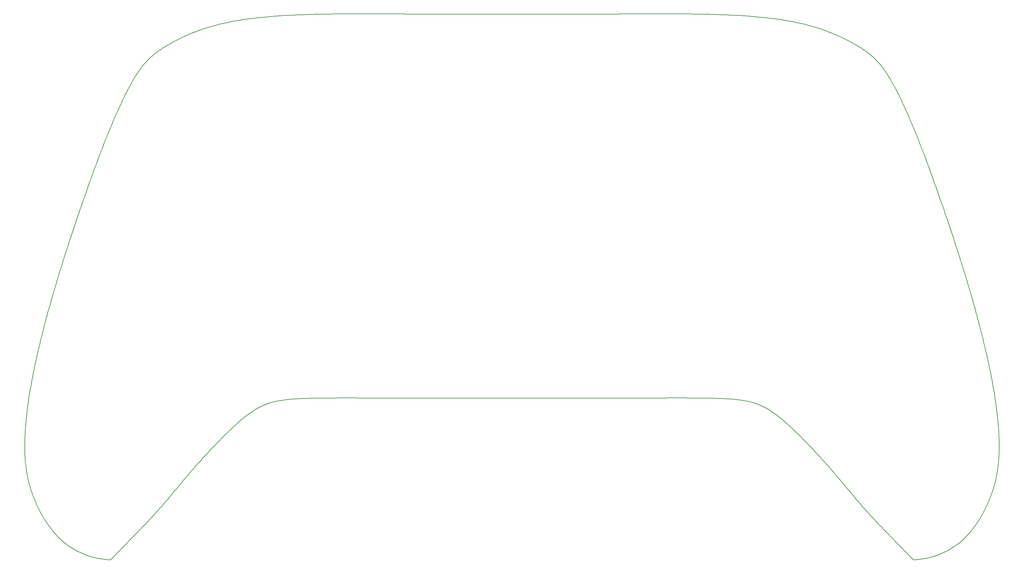
<source format=gm1>
G04 #@! TF.GenerationSoftware,KiCad,Pcbnew,(6.0.10)*
G04 #@! TF.CreationDate,2024-05-21T15:48:30-04:00*
G04 #@! TF.ProjectId,verycold,76657279-636f-46c6-942e-6b696361645f,rev?*
G04 #@! TF.SameCoordinates,Original*
G04 #@! TF.FileFunction,Profile,NP*
%FSLAX46Y46*%
G04 Gerber Fmt 4.6, Leading zero omitted, Abs format (unit mm)*
G04 Created by KiCad (PCBNEW (6.0.10)) date 2024-05-21 15:48:30*
%MOMM*%
%LPD*%
G01*
G04 APERTURE LIST*
%ADD10C,0.200000*%
G04 #@! TA.AperFunction,Profile*
%ADD11C,0.200000*%
G04 #@! TD*
G04 APERTURE END LIST*
D10*
X221457151Y-130645889D02*
X221828863Y-130973187D01*
X222205943Y-131310729D01*
X222588018Y-131658032D01*
X222974715Y-132014614D01*
X223365661Y-132379994D01*
X223760485Y-132753688D01*
X224158814Y-133135216D01*
X224560275Y-133524095D01*
X224964497Y-133919843D01*
X225371106Y-134321979D01*
X225779730Y-134730019D01*
X226189997Y-135143482D01*
X226601534Y-135561886D01*
X227013969Y-135984749D01*
X227426929Y-136411588D01*
X227840042Y-136841923D01*
X228252936Y-137275270D01*
X228665238Y-137711148D01*
X229076576Y-138149075D01*
X229486577Y-138588568D01*
X229894869Y-139029146D01*
X230301079Y-139470327D01*
X230704835Y-139911628D01*
X231105764Y-140352567D01*
X231503495Y-140792663D01*
X231897654Y-141231434D01*
X232287869Y-141668397D01*
X232673768Y-142103070D01*
X233054978Y-142534971D01*
X233431127Y-142963619D01*
X233801843Y-143388530D01*
X234166753Y-143809225D01*
X261030193Y-165981060D02*
X261280565Y-165896630D01*
X261532882Y-165807338D01*
X261786994Y-165713156D01*
X262042756Y-165614054D01*
X262300019Y-165510005D01*
X262558638Y-165400978D01*
X262818464Y-165286947D01*
X263079351Y-165167881D01*
X263341151Y-165043753D01*
X263603719Y-164914534D01*
X263866905Y-164780195D01*
X264130564Y-164640707D01*
X264394548Y-164496042D01*
X264658710Y-164346172D01*
X264922904Y-164191067D01*
X265186981Y-164030699D01*
X265450795Y-163865039D01*
X265714199Y-163694059D01*
X265977045Y-163517730D01*
X266239188Y-163336023D01*
X266500478Y-163148910D01*
X266760770Y-162956362D01*
X267019917Y-162758350D01*
X267277770Y-162554847D01*
X267534184Y-162345822D01*
X267789010Y-162131248D01*
X268042103Y-161911096D01*
X268293314Y-161685337D01*
X268542498Y-161453943D01*
X268789505Y-161216884D01*
X269034191Y-160974133D01*
X269276407Y-160725661D01*
X23052024Y-124147902D02*
X23138359Y-123603779D01*
X23227620Y-123056034D01*
X23319780Y-122504711D01*
X23414812Y-121949857D01*
X23512692Y-121391517D01*
X23613393Y-120829736D01*
X23716889Y-120264561D01*
X23823155Y-119696037D01*
X23932165Y-119124209D01*
X24043892Y-118549124D01*
X24158312Y-117970827D01*
X24275398Y-117389364D01*
X24395125Y-116804781D01*
X24517466Y-116217122D01*
X24642396Y-115626435D01*
X24769889Y-115032764D01*
X24899918Y-114436156D01*
X25032459Y-113836655D01*
X25167486Y-113234308D01*
X25304972Y-112629160D01*
X25444891Y-112021258D01*
X25587219Y-111410646D01*
X25731928Y-110797370D01*
X25878994Y-110181477D01*
X26028390Y-109563011D01*
X26180091Y-108942019D01*
X26334070Y-108318546D01*
X26490302Y-107692638D01*
X26648761Y-107064340D01*
X26809421Y-106433699D01*
X26972257Y-105800759D01*
X27137242Y-105165568D01*
X27137242Y-105165568D02*
X27345431Y-104372389D01*
X27556997Y-103575494D01*
X27772035Y-102774583D01*
X27990634Y-101969352D01*
X28212890Y-101159501D01*
X28438892Y-100344728D01*
X28668736Y-99524730D01*
X28902512Y-98699207D01*
X29140313Y-97867857D01*
X29382232Y-97030377D01*
X29628362Y-96186466D01*
X29878794Y-95335823D01*
X30133622Y-94478146D01*
X30392938Y-93613133D01*
X30656834Y-92740482D01*
X30925403Y-91859892D01*
X31198738Y-90971061D01*
X31476930Y-90073687D01*
X31760073Y-89167469D01*
X32048259Y-88252104D01*
X32341580Y-87327292D01*
X32640130Y-86392730D01*
X32944000Y-85448117D01*
X33253283Y-84493150D01*
X33568071Y-83527530D01*
X33888458Y-82550952D01*
X34214535Y-81563117D01*
X34546395Y-80563722D01*
X34884131Y-79552465D01*
X35227834Y-78529045D01*
X35577599Y-77493161D01*
X35933517Y-76444510D01*
X240525886Y-31863427D02*
X240147767Y-31640625D01*
X239761795Y-31417723D01*
X239367858Y-31194908D01*
X238965842Y-30972367D01*
X238555633Y-30750289D01*
X238137118Y-30528863D01*
X237710182Y-30308275D01*
X237274712Y-30088714D01*
X236830596Y-29870369D01*
X236377718Y-29653426D01*
X235915967Y-29438075D01*
X235445227Y-29224503D01*
X234965385Y-29012898D01*
X234476328Y-28803448D01*
X233977943Y-28596342D01*
X233470115Y-28391767D01*
X232952731Y-28189912D01*
X232425678Y-27990964D01*
X231888842Y-27795111D01*
X231342108Y-27602542D01*
X230785365Y-27413444D01*
X230218498Y-27228006D01*
X229641393Y-27046416D01*
X229053937Y-26868861D01*
X228456017Y-26695531D01*
X227847518Y-26526611D01*
X227228328Y-26362292D01*
X226598332Y-26202760D01*
X225957417Y-26048205D01*
X225305469Y-25898813D01*
X224642376Y-25754773D01*
X223968023Y-25616274D01*
X277798601Y-137417505D02*
X277799542Y-137030734D01*
X277797992Y-136642505D01*
X277793966Y-136252782D01*
X277787480Y-135861532D01*
X277778548Y-135468720D01*
X277767185Y-135074312D01*
X277753407Y-134678274D01*
X277737228Y-134280572D01*
X277718664Y-133881173D01*
X277697729Y-133480041D01*
X277674439Y-133077143D01*
X277648809Y-132672444D01*
X277620854Y-132265911D01*
X277590589Y-131857510D01*
X277558029Y-131447206D01*
X277523189Y-131034966D01*
X277486083Y-130620754D01*
X277446729Y-130204538D01*
X277405139Y-129786282D01*
X277361330Y-129365954D01*
X277315316Y-128943518D01*
X277267113Y-128518941D01*
X277216736Y-128092189D01*
X277164199Y-127663227D01*
X277109517Y-127232022D01*
X277052707Y-126798539D01*
X276993783Y-126362745D01*
X276932759Y-125924604D01*
X276869651Y-125484084D01*
X276804475Y-125041149D01*
X276737245Y-124595766D01*
X276667976Y-124147902D01*
X112698950Y-23496102D02*
X113448501Y-23497510D01*
X114190347Y-23499092D01*
X114923816Y-23500834D01*
X115648239Y-23502725D01*
X116362946Y-23504754D01*
X117067267Y-23506908D01*
X117760533Y-23509175D01*
X118442074Y-23511543D01*
X119111220Y-23514001D01*
X119767300Y-23516537D01*
X120409646Y-23519139D01*
X121037588Y-23521795D01*
X121650456Y-23524494D01*
X122247579Y-23527222D01*
X122828289Y-23529969D01*
X123391915Y-23532723D01*
X123937787Y-23535471D01*
X124465236Y-23538202D01*
X124973592Y-23540905D01*
X125462186Y-23543566D01*
X125930347Y-23546175D01*
X126377405Y-23548719D01*
X126802691Y-23551187D01*
X127205535Y-23553566D01*
X127585267Y-23555845D01*
X127941218Y-23558012D01*
X128272717Y-23560056D01*
X128579095Y-23561963D01*
X128859682Y-23563723D01*
X129113809Y-23565324D01*
X129340804Y-23566753D01*
X129540000Y-23567999D01*
X38689807Y-165981060D02*
X38439434Y-165896630D01*
X38187117Y-165807338D01*
X37933005Y-165713156D01*
X37677243Y-165614054D01*
X37419980Y-165510005D01*
X37161361Y-165400978D01*
X36901535Y-165286947D01*
X36640648Y-165167881D01*
X36378848Y-165043753D01*
X36116280Y-164914534D01*
X35853094Y-164780195D01*
X35589435Y-164640707D01*
X35325451Y-164496042D01*
X35061289Y-164346172D01*
X34797095Y-164191067D01*
X34533018Y-164030699D01*
X34269204Y-163865039D01*
X34005800Y-163694059D01*
X33742954Y-163517730D01*
X33480811Y-163336023D01*
X33219521Y-163148910D01*
X32959229Y-162956362D01*
X32700082Y-162758350D01*
X32442229Y-162554847D01*
X32185815Y-162345822D01*
X31930989Y-162131248D01*
X31677896Y-161911096D01*
X31426685Y-161685337D01*
X31177501Y-161453943D01*
X30930494Y-161216884D01*
X30685808Y-160974133D01*
X30443593Y-160725661D01*
D11*
X170180000Y-124493959D02*
X149860000Y-124493959D01*
D10*
X234166753Y-143809225D02*
X234477163Y-144169025D01*
X234783180Y-144525434D01*
X235085022Y-144878570D01*
X235382907Y-145228550D01*
X235677055Y-145575493D01*
X235967683Y-145919515D01*
X236255011Y-146260736D01*
X236539258Y-146599271D01*
X236820642Y-146935240D01*
X237099382Y-147268760D01*
X237375696Y-147599948D01*
X237649804Y-147928923D01*
X237921923Y-148255802D01*
X238192274Y-148580703D01*
X238461074Y-148903743D01*
X238728542Y-149225041D01*
X238994897Y-149544714D01*
X239260358Y-149862879D01*
X239525143Y-150179656D01*
X239789471Y-150495160D01*
X240053561Y-150809510D01*
X240317632Y-151122825D01*
X240581902Y-151435221D01*
X240846590Y-151746816D01*
X241111914Y-152057728D01*
X241378094Y-152368074D01*
X241645348Y-152677974D01*
X241913895Y-152987543D01*
X242183954Y-153296900D01*
X242455743Y-153606163D01*
X242729481Y-153915450D01*
X243005387Y-154224878D01*
X276139422Y-148692702D02*
X276254091Y-148331143D01*
X276363799Y-147971042D01*
X276468636Y-147612312D01*
X276568694Y-147254868D01*
X276664062Y-146898622D01*
X276754832Y-146543489D01*
X276841095Y-146189382D01*
X276922941Y-145836214D01*
X277000462Y-145483900D01*
X277073748Y-145132352D01*
X277142890Y-144781485D01*
X277207979Y-144431212D01*
X277269106Y-144081447D01*
X277326362Y-143732103D01*
X277379838Y-143383094D01*
X277429625Y-143034334D01*
X277475812Y-142685736D01*
X277518493Y-142337214D01*
X277557756Y-141988681D01*
X277593693Y-141640052D01*
X277626396Y-141291239D01*
X277655954Y-140942157D01*
X277682459Y-140592718D01*
X277706002Y-140242838D01*
X277726673Y-139892429D01*
X277744563Y-139541404D01*
X277759764Y-139189678D01*
X277772365Y-138837165D01*
X277782459Y-138483777D01*
X277790135Y-138129429D01*
X277795486Y-137774033D01*
X277798601Y-137417505D01*
X44429576Y-167024748D02*
X44083834Y-166990043D01*
X43737831Y-166954640D01*
X43391251Y-166917815D01*
X43043778Y-166878846D01*
X42695097Y-166837011D01*
X42344895Y-166791588D01*
X41992854Y-166741853D01*
X41638661Y-166687085D01*
X41282000Y-166626562D01*
X40922556Y-166559560D01*
X40560014Y-166485358D01*
X40194059Y-166403233D01*
X39824376Y-166312463D01*
X39450649Y-166212326D01*
X39072565Y-166102099D01*
X38689807Y-165981060D01*
X201129106Y-124493959D02*
X201593724Y-124501623D01*
X202052844Y-124510050D01*
X202506505Y-124519374D01*
X202954743Y-124529729D01*
X203397598Y-124541247D01*
X203835106Y-124554062D01*
X204267306Y-124568308D01*
X204694236Y-124584119D01*
X205115934Y-124601627D01*
X205532438Y-124620967D01*
X205943785Y-124642272D01*
X206350014Y-124665675D01*
X206751162Y-124691309D01*
X207147268Y-124719310D01*
X207538369Y-124749809D01*
X207924504Y-124782941D01*
X208305710Y-124818839D01*
X208682025Y-124857636D01*
X209053488Y-124899467D01*
X209420135Y-124944464D01*
X209782006Y-124992761D01*
X210139138Y-125044492D01*
X210491569Y-125099790D01*
X210839337Y-125158788D01*
X211182479Y-125221621D01*
X211521035Y-125288422D01*
X211855041Y-125359323D01*
X212184536Y-125434460D01*
X212509558Y-125513964D01*
X212830144Y-125597971D01*
X213146333Y-125686613D01*
X213458163Y-125780024D01*
X86261837Y-125780024D02*
X85994314Y-125865177D01*
X85729862Y-125954088D01*
X85468287Y-126046814D01*
X85209394Y-126143411D01*
X84952990Y-126243933D01*
X84698882Y-126348437D01*
X84446874Y-126456978D01*
X84196775Y-126569613D01*
X83948389Y-126686396D01*
X83701524Y-126807385D01*
X83455984Y-126932634D01*
X83211577Y-127062200D01*
X82968109Y-127196138D01*
X82725386Y-127334504D01*
X82483214Y-127477354D01*
X82241400Y-127624744D01*
X81999749Y-127776729D01*
X81758067Y-127933365D01*
X81516162Y-128094708D01*
X81273840Y-128260814D01*
X81030905Y-128431738D01*
X80787166Y-128607537D01*
X80542427Y-128788266D01*
X80296496Y-128973981D01*
X80049178Y-129164738D01*
X79800279Y-129360592D01*
X79549606Y-129561599D01*
X79296966Y-129767816D01*
X79042164Y-129979297D01*
X78785006Y-130196099D01*
X78525299Y-130418278D01*
X78262849Y-130645889D01*
X263786483Y-76444510D02*
X263370346Y-75225140D01*
X262946408Y-73990565D01*
X262515093Y-72742792D01*
X262076828Y-71483834D01*
X261632039Y-70215700D01*
X261181152Y-68940401D01*
X260724593Y-67659946D01*
X260262788Y-66376347D01*
X259796162Y-65091614D01*
X259325144Y-63807757D01*
X258850157Y-62526786D01*
X258371628Y-61250712D01*
X257889984Y-59981545D01*
X257405651Y-58721295D01*
X256919054Y-57471973D01*
X256430619Y-56235590D01*
X255940774Y-55014154D01*
X255449942Y-53809678D01*
X254958552Y-52624171D01*
X254467029Y-51459643D01*
X253975798Y-50318105D01*
X253485287Y-49201567D01*
X252995920Y-48112040D01*
X252508125Y-47051534D01*
X252022327Y-46022059D01*
X251538952Y-45025625D01*
X251058426Y-44064244D01*
X250581176Y-43139925D01*
X250107627Y-42254679D01*
X249638206Y-41410515D01*
X249173338Y-40609445D01*
X248713451Y-39853479D01*
X118725224Y-124493959D02*
X118167077Y-124491506D01*
X117597882Y-124488800D01*
X117018285Y-124485882D01*
X116428932Y-124482792D01*
X115830470Y-124479573D01*
X115223546Y-124476265D01*
X114608805Y-124472909D01*
X113986894Y-124469547D01*
X113358461Y-124466220D01*
X112724150Y-124462968D01*
X112084609Y-124459834D01*
X111440483Y-124456857D01*
X110792421Y-124454081D01*
X110141067Y-124451544D01*
X109487069Y-124449290D01*
X108831073Y-124447358D01*
X108173725Y-124445790D01*
X107515671Y-124444628D01*
X106857559Y-124443912D01*
X106200035Y-124443684D01*
X105543745Y-124443984D01*
X104889335Y-124444854D01*
X104237453Y-124446336D01*
X103588744Y-124448469D01*
X102943855Y-124451296D01*
X102303432Y-124454858D01*
X101668123Y-124459195D01*
X101038572Y-124464349D01*
X100415428Y-124470361D01*
X99799335Y-124477273D01*
X99190942Y-124485125D01*
X98590894Y-124493959D01*
X255290424Y-167024748D02*
X255636165Y-166990043D01*
X255982168Y-166954640D01*
X256328748Y-166917815D01*
X256676221Y-166878846D01*
X257024902Y-166837011D01*
X257375104Y-166791588D01*
X257727145Y-166741853D01*
X258081338Y-166687085D01*
X258437999Y-166626562D01*
X258797443Y-166559560D01*
X259159985Y-166485358D01*
X259525940Y-166403233D01*
X259895623Y-166312463D01*
X260269350Y-166212326D01*
X260647434Y-166102099D01*
X261030193Y-165981060D01*
X30443593Y-160725661D02*
X30158696Y-160422486D01*
X29877582Y-160111479D01*
X29600327Y-159792953D01*
X29327008Y-159467221D01*
X29057699Y-159134596D01*
X28792478Y-158795391D01*
X28531420Y-158449921D01*
X28274601Y-158098496D01*
X28022098Y-157741432D01*
X27773986Y-157379042D01*
X27530342Y-157011637D01*
X27291242Y-156639533D01*
X27056762Y-156263041D01*
X26826977Y-155882475D01*
X26601964Y-155498148D01*
X26381800Y-155110374D01*
X26166559Y-154719466D01*
X25956319Y-154325737D01*
X25751155Y-153929499D01*
X25551143Y-153531067D01*
X25356360Y-153130753D01*
X25166881Y-152728871D01*
X24982782Y-152325734D01*
X24804141Y-151921656D01*
X24631032Y-151516948D01*
X24463532Y-151111925D01*
X24301717Y-150706900D01*
X24145663Y-150302185D01*
X23995446Y-149898095D01*
X23851142Y-149494942D01*
X23712827Y-149093040D01*
X23580578Y-148692702D01*
X272582758Y-105165568D02*
X272374568Y-104372389D01*
X272163002Y-103575494D01*
X271947964Y-102774583D01*
X271729365Y-101969352D01*
X271507109Y-101159501D01*
X271281107Y-100344728D01*
X271051263Y-99524730D01*
X270817487Y-98699207D01*
X270579686Y-97867857D01*
X270337767Y-97030377D01*
X270091637Y-96186466D01*
X269841205Y-95335823D01*
X269586377Y-94478146D01*
X269327061Y-93613133D01*
X269063165Y-92740482D01*
X268794596Y-91859892D01*
X268521261Y-90971061D01*
X268243069Y-90073687D01*
X267959926Y-89167469D01*
X267671740Y-88252104D01*
X267378419Y-87327292D01*
X267079869Y-86392730D01*
X266775999Y-85448117D01*
X266466716Y-84493150D01*
X266151928Y-83527530D01*
X265831541Y-82550952D01*
X265505464Y-81563117D01*
X265173604Y-80563722D01*
X264835868Y-79552465D01*
X264492165Y-78529045D01*
X264142400Y-77493161D01*
X263786483Y-76444510D01*
X98590894Y-124493959D02*
X98126275Y-124501623D01*
X97667155Y-124510050D01*
X97213494Y-124519374D01*
X96765256Y-124529729D01*
X96322401Y-124541247D01*
X95884893Y-124554062D01*
X95452693Y-124568308D01*
X95025763Y-124584119D01*
X94604065Y-124601627D01*
X94187561Y-124620967D01*
X93776214Y-124642272D01*
X93369985Y-124665675D01*
X92968837Y-124691309D01*
X92572731Y-124719310D01*
X92181630Y-124749809D01*
X91795495Y-124782941D01*
X91414289Y-124818839D01*
X91037974Y-124857636D01*
X90666511Y-124899467D01*
X90299864Y-124944464D01*
X89937993Y-124992761D01*
X89580861Y-125044492D01*
X89228430Y-125099790D01*
X88880662Y-125158788D01*
X88537520Y-125221621D01*
X88198964Y-125288422D01*
X87864958Y-125359323D01*
X87535463Y-125434460D01*
X87210441Y-125513964D01*
X86889855Y-125597971D01*
X86573666Y-125686613D01*
X86261837Y-125780024D01*
X180994776Y-124493959D02*
X181552922Y-124491506D01*
X182122117Y-124488800D01*
X182701714Y-124485882D01*
X183291067Y-124482792D01*
X183889529Y-124479573D01*
X184496453Y-124476265D01*
X185111194Y-124472909D01*
X185733105Y-124469547D01*
X186361538Y-124466220D01*
X186995849Y-124462968D01*
X187635390Y-124459834D01*
X188279516Y-124456857D01*
X188927578Y-124454081D01*
X189578932Y-124451544D01*
X190232930Y-124449290D01*
X190888926Y-124447358D01*
X191546274Y-124445790D01*
X192204328Y-124444628D01*
X192862440Y-124443912D01*
X193519964Y-124443684D01*
X194176254Y-124443984D01*
X194830664Y-124444854D01*
X195482546Y-124446336D01*
X196131255Y-124448469D01*
X196776144Y-124451296D01*
X197416567Y-124454858D01*
X198051876Y-124459195D01*
X198681427Y-124464349D01*
X199304571Y-124470361D01*
X199920664Y-124477273D01*
X200529057Y-124485125D01*
X201129106Y-124493959D01*
D11*
X129540000Y-124493959D02*
X149860000Y-124493959D01*
D10*
X243005387Y-154224878D02*
X243322702Y-154577843D01*
X243643226Y-154931391D01*
X243967066Y-155285765D01*
X244294333Y-155641211D01*
X244625134Y-155997975D01*
X244959579Y-156356301D01*
X245297775Y-156716435D01*
X245639833Y-157078622D01*
X245985861Y-157443107D01*
X246335968Y-157810136D01*
X246690261Y-158179954D01*
X247048851Y-158552807D01*
X247411847Y-158928938D01*
X247779356Y-159308595D01*
X248151487Y-159692021D01*
X248528351Y-160079463D01*
X248910054Y-160471165D01*
X249296707Y-160867373D01*
X249688417Y-161268333D01*
X250085294Y-161674288D01*
X250487447Y-162085485D01*
X250894983Y-162502169D01*
X251308013Y-162924586D01*
X251726645Y-163352979D01*
X252150988Y-163787595D01*
X252581150Y-164228680D01*
X253017240Y-164676477D01*
X253459367Y-165131233D01*
X253907640Y-165593193D01*
X254362168Y-166062602D01*
X254823060Y-166539705D01*
X255290424Y-167024748D01*
X129540000Y-124493959D02*
X129235294Y-124494814D01*
X128930412Y-124495664D01*
X128625157Y-124496502D01*
X128319332Y-124497325D01*
X128012741Y-124498126D01*
X127705186Y-124498902D01*
X127396470Y-124499647D01*
X127086396Y-124500357D01*
X126774768Y-124501026D01*
X126461388Y-124501650D01*
X126146060Y-124502224D01*
X125828586Y-124502742D01*
X125508770Y-124503200D01*
X125186414Y-124503593D01*
X124861321Y-124503916D01*
X124533296Y-124504165D01*
X124202140Y-124504334D01*
X123867656Y-124504418D01*
X123529649Y-124504412D01*
X123187920Y-124504312D01*
X122842273Y-124504113D01*
X122492511Y-124503809D01*
X122138436Y-124503396D01*
X121779853Y-124502869D01*
X121416563Y-124502224D01*
X121048371Y-124501454D01*
X120675079Y-124500555D01*
X120296489Y-124499523D01*
X119912406Y-124498352D01*
X119522632Y-124497038D01*
X119126970Y-124495575D01*
X118725224Y-124493959D01*
D11*
X129540000Y-23567999D02*
X149860000Y-23567999D01*
D10*
X269276407Y-160725661D02*
X269561303Y-160422486D01*
X269842417Y-160111479D01*
X270119672Y-159792953D01*
X270392991Y-159467221D01*
X270662300Y-159134596D01*
X270927521Y-158795391D01*
X271188579Y-158449921D01*
X271445398Y-158098496D01*
X271697901Y-157741432D01*
X271946013Y-157379042D01*
X272189657Y-157011637D01*
X272428757Y-156639533D01*
X272663237Y-156263041D01*
X272893022Y-155882475D01*
X273118035Y-155498148D01*
X273338199Y-155110374D01*
X273553440Y-154719466D01*
X273763680Y-154325737D01*
X273968844Y-153929499D01*
X274168856Y-153531067D01*
X274363639Y-153130753D01*
X274553118Y-152728871D01*
X274737217Y-152325734D01*
X274915858Y-151921656D01*
X275088967Y-151516948D01*
X275256467Y-151111925D01*
X275418282Y-150706900D01*
X275574336Y-150302185D01*
X275724553Y-149898095D01*
X275868857Y-149494942D01*
X276007172Y-149093040D01*
X276139422Y-148692702D01*
D11*
X170180000Y-23567999D02*
X149860000Y-23567999D01*
D10*
X51006549Y-39853479D02*
X51251652Y-39466246D01*
X51495397Y-39092202D01*
X51737990Y-38730915D01*
X51979636Y-38381953D01*
X52220540Y-38044886D01*
X52460907Y-37719281D01*
X52700942Y-37404707D01*
X52940851Y-37100733D01*
X53180838Y-36806926D01*
X53421109Y-36522857D01*
X53661869Y-36248092D01*
X53903323Y-35982202D01*
X54145676Y-35724754D01*
X54389134Y-35475316D01*
X54633901Y-35233458D01*
X54880183Y-34998748D01*
X55128185Y-34770754D01*
X55378112Y-34549046D01*
X55630169Y-34333190D01*
X55884562Y-34122757D01*
X56141495Y-33917315D01*
X56401174Y-33716431D01*
X56663804Y-33519676D01*
X56929590Y-33326616D01*
X57198737Y-33136821D01*
X57471450Y-32949859D01*
X57747935Y-32765300D01*
X58028397Y-32582710D01*
X58313040Y-32401660D01*
X58602071Y-32221716D01*
X58895693Y-32042449D01*
X59194114Y-31863427D01*
X187021050Y-23496102D02*
X186271498Y-23497510D01*
X185529652Y-23499092D01*
X184796183Y-23500834D01*
X184071760Y-23502725D01*
X183357053Y-23504754D01*
X182652732Y-23506908D01*
X181959466Y-23509175D01*
X181277925Y-23511543D01*
X180608779Y-23514001D01*
X179952699Y-23516537D01*
X179310353Y-23519139D01*
X178682411Y-23521795D01*
X178069543Y-23524494D01*
X177472420Y-23527222D01*
X176891710Y-23529969D01*
X176328085Y-23532723D01*
X175782212Y-23535471D01*
X175254763Y-23538202D01*
X174746407Y-23540905D01*
X174257813Y-23543566D01*
X173789652Y-23546175D01*
X173342594Y-23548719D01*
X172917308Y-23551187D01*
X172514464Y-23553566D01*
X172134732Y-23555845D01*
X171778781Y-23558012D01*
X171447282Y-23560056D01*
X171140904Y-23561963D01*
X170860317Y-23563723D01*
X170606190Y-23565324D01*
X170379195Y-23566753D01*
X170180000Y-23567999D01*
X35933517Y-76444510D02*
X36349653Y-75225140D01*
X36773591Y-73990565D01*
X37204906Y-72742792D01*
X37643171Y-71483834D01*
X38087960Y-70215700D01*
X38538847Y-68940401D01*
X38995406Y-67659946D01*
X39457211Y-66376347D01*
X39923837Y-65091614D01*
X40394855Y-63807757D01*
X40869842Y-62526786D01*
X41348371Y-61250712D01*
X41830015Y-59981545D01*
X42314348Y-58721295D01*
X42800945Y-57471973D01*
X43289380Y-56235590D01*
X43779225Y-55014154D01*
X44270057Y-53809678D01*
X44761447Y-52624171D01*
X45252970Y-51459643D01*
X45744201Y-50318105D01*
X46234712Y-49201567D01*
X46724079Y-48112040D01*
X47211874Y-47051534D01*
X47697672Y-46022059D01*
X48181047Y-45025625D01*
X48661573Y-44064244D01*
X49138823Y-43139925D01*
X49612372Y-42254679D01*
X50081793Y-41410515D01*
X50546661Y-40609445D01*
X51006549Y-39853479D01*
X223968023Y-25616274D02*
X222972965Y-25426016D01*
X221955351Y-25247375D01*
X220916406Y-25079989D01*
X219857357Y-24923496D01*
X218779430Y-24777535D01*
X217683852Y-24641744D01*
X216571849Y-24515761D01*
X215444647Y-24399225D01*
X214303474Y-24291774D01*
X213149555Y-24193047D01*
X211984117Y-24102681D01*
X210808386Y-24020316D01*
X209623589Y-23945589D01*
X208430953Y-23878139D01*
X207231703Y-23817604D01*
X206027066Y-23763622D01*
X204818269Y-23715833D01*
X203606538Y-23673874D01*
X202393099Y-23637383D01*
X201179180Y-23606000D01*
X199966005Y-23579362D01*
X198754803Y-23557107D01*
X197546799Y-23538875D01*
X196343220Y-23524302D01*
X195145292Y-23513029D01*
X193954241Y-23504693D01*
X192771295Y-23498932D01*
X191597679Y-23495385D01*
X190434620Y-23493690D01*
X189283344Y-23493485D01*
X188145079Y-23494410D01*
X187021050Y-23496102D01*
X78262849Y-130645889D02*
X77891136Y-130973187D01*
X77514056Y-131310729D01*
X77131981Y-131658032D01*
X76745284Y-132014614D01*
X76354338Y-132379994D01*
X75959514Y-132753688D01*
X75561185Y-133135216D01*
X75159724Y-133524095D01*
X74755502Y-133919843D01*
X74348893Y-134321979D01*
X73940269Y-134730019D01*
X73530002Y-135143482D01*
X73118465Y-135561886D01*
X72706030Y-135984749D01*
X72293070Y-136411588D01*
X71879957Y-136841923D01*
X71467063Y-137275270D01*
X71054761Y-137711148D01*
X70643423Y-138149075D01*
X70233422Y-138588568D01*
X69825130Y-139029146D01*
X69418920Y-139470327D01*
X69015164Y-139911628D01*
X68614235Y-140352567D01*
X68216504Y-140792663D01*
X67822345Y-141231434D01*
X67432130Y-141668397D01*
X67046231Y-142103070D01*
X66665021Y-142534971D01*
X66288872Y-142963619D01*
X65918156Y-143388530D01*
X65553247Y-143809225D01*
X276667976Y-124147902D02*
X276581640Y-123603779D01*
X276492379Y-123056034D01*
X276400219Y-122504711D01*
X276305187Y-121949857D01*
X276207307Y-121391517D01*
X276106606Y-120829736D01*
X276003110Y-120264561D01*
X275896844Y-119696037D01*
X275787834Y-119124209D01*
X275676107Y-118549124D01*
X275561687Y-117970827D01*
X275444601Y-117389364D01*
X275324874Y-116804781D01*
X275202533Y-116217122D01*
X275077603Y-115626435D01*
X274950111Y-115032764D01*
X274820081Y-114436156D01*
X274687540Y-113836655D01*
X274552513Y-113234308D01*
X274415027Y-112629160D01*
X274275108Y-112021258D01*
X274132780Y-111410646D01*
X273988071Y-110797370D01*
X273841005Y-110181477D01*
X273691609Y-109563011D01*
X273539908Y-108942019D01*
X273385929Y-108318546D01*
X273229697Y-107692638D01*
X273071238Y-107064340D01*
X272910578Y-106433699D01*
X272747742Y-105800759D01*
X272582758Y-105165568D01*
X248713451Y-39853479D02*
X248468347Y-39466246D01*
X248224602Y-39092202D01*
X247982009Y-38730915D01*
X247740363Y-38381953D01*
X247499459Y-38044886D01*
X247259092Y-37719281D01*
X247019057Y-37404707D01*
X246779148Y-37100733D01*
X246539161Y-36806926D01*
X246298890Y-36522857D01*
X246058130Y-36248092D01*
X245816676Y-35982202D01*
X245574323Y-35724754D01*
X245330865Y-35475316D01*
X245086098Y-35233458D01*
X244839816Y-34998748D01*
X244591814Y-34770754D01*
X244341887Y-34549046D01*
X244089830Y-34333190D01*
X243835437Y-34122757D01*
X243578504Y-33917315D01*
X243318825Y-33716431D01*
X243056195Y-33519676D01*
X242790409Y-33326616D01*
X242521262Y-33136821D01*
X242248549Y-32949859D01*
X241972064Y-32765300D01*
X241691602Y-32582710D01*
X241406959Y-32401660D01*
X241117928Y-32221716D01*
X240824306Y-32042449D01*
X240525886Y-31863427D01*
X56714613Y-154224878D02*
X56397297Y-154577843D01*
X56076773Y-154931391D01*
X55752933Y-155285765D01*
X55425666Y-155641211D01*
X55094865Y-155997975D01*
X54760420Y-156356301D01*
X54422224Y-156716435D01*
X54080166Y-157078622D01*
X53734138Y-157443107D01*
X53384031Y-157810136D01*
X53029738Y-158179954D01*
X52671148Y-158552807D01*
X52308152Y-158928938D01*
X51940643Y-159308595D01*
X51568512Y-159692021D01*
X51191648Y-160079463D01*
X50809945Y-160471165D01*
X50423292Y-160867373D01*
X50031582Y-161268333D01*
X49634705Y-161674288D01*
X49232552Y-162085485D01*
X48825016Y-162502169D01*
X48411986Y-162924586D01*
X47993354Y-163352979D01*
X47569011Y-163787595D01*
X47138849Y-164228680D01*
X46702759Y-164676477D01*
X46260632Y-165131233D01*
X45812359Y-165593193D01*
X45357831Y-166062602D01*
X44896939Y-166539705D01*
X44429576Y-167024748D01*
X59194114Y-31863427D02*
X59572232Y-31640625D01*
X59958204Y-31417723D01*
X60352141Y-31194908D01*
X60754157Y-30972367D01*
X61164366Y-30750289D01*
X61582881Y-30528863D01*
X62009817Y-30308275D01*
X62445287Y-30088714D01*
X62889403Y-29870369D01*
X63342281Y-29653426D01*
X63804032Y-29438075D01*
X64274772Y-29224503D01*
X64754614Y-29012898D01*
X65243671Y-28803448D01*
X65742056Y-28596342D01*
X66249884Y-28391767D01*
X66767268Y-28189912D01*
X67294321Y-27990964D01*
X67831157Y-27795111D01*
X68377891Y-27602542D01*
X68934634Y-27413444D01*
X69501501Y-27228006D01*
X70078606Y-27046416D01*
X70666062Y-26868861D01*
X71263982Y-26695531D01*
X71872481Y-26526611D01*
X72491671Y-26362292D01*
X73121667Y-26202760D01*
X73762582Y-26048205D01*
X74414530Y-25898813D01*
X75077623Y-25754773D01*
X75751977Y-25616274D01*
X21921399Y-137417505D02*
X21920457Y-137030734D01*
X21922007Y-136642505D01*
X21926033Y-136252782D01*
X21932519Y-135861532D01*
X21941451Y-135468720D01*
X21952814Y-135074312D01*
X21966592Y-134678274D01*
X21982771Y-134280572D01*
X22001335Y-133881173D01*
X22022270Y-133480041D01*
X22045560Y-133077143D01*
X22071190Y-132672444D01*
X22099145Y-132265911D01*
X22129410Y-131857510D01*
X22161970Y-131447206D01*
X22196811Y-131034966D01*
X22233916Y-130620754D01*
X22273270Y-130204538D01*
X22314860Y-129786282D01*
X22358669Y-129365954D01*
X22404683Y-128943518D01*
X22452886Y-128518941D01*
X22503263Y-128092189D01*
X22555800Y-127663227D01*
X22610482Y-127232022D01*
X22667292Y-126798539D01*
X22726216Y-126362745D01*
X22787240Y-125924604D01*
X22850348Y-125484084D01*
X22915524Y-125041149D01*
X22982754Y-124595766D01*
X23052024Y-124147902D01*
X170180000Y-124493959D02*
X170484705Y-124494814D01*
X170789587Y-124495664D01*
X171094842Y-124496502D01*
X171400667Y-124497325D01*
X171707258Y-124498126D01*
X172014813Y-124498902D01*
X172323529Y-124499647D01*
X172633603Y-124500357D01*
X172945231Y-124501026D01*
X173258611Y-124501650D01*
X173573939Y-124502224D01*
X173891413Y-124502742D01*
X174211229Y-124503200D01*
X174533585Y-124503593D01*
X174858678Y-124503916D01*
X175186703Y-124504165D01*
X175517859Y-124504334D01*
X175852343Y-124504418D01*
X176190350Y-124504412D01*
X176532079Y-124504312D01*
X176877726Y-124504113D01*
X177227488Y-124503809D01*
X177581563Y-124503396D01*
X177940146Y-124502869D01*
X178303436Y-124502224D01*
X178671628Y-124501454D01*
X179044920Y-124500555D01*
X179423510Y-124499523D01*
X179807593Y-124498352D01*
X180197367Y-124497038D01*
X180593029Y-124495575D01*
X180994776Y-124493959D01*
X213458163Y-125780024D02*
X213725685Y-125865177D01*
X213990137Y-125954088D01*
X214251712Y-126046814D01*
X214510605Y-126143411D01*
X214767009Y-126243933D01*
X215021117Y-126348437D01*
X215273125Y-126456978D01*
X215523224Y-126569613D01*
X215771610Y-126686396D01*
X216018475Y-126807385D01*
X216264015Y-126932634D01*
X216508422Y-127062200D01*
X216751890Y-127196138D01*
X216994613Y-127334504D01*
X217236785Y-127477354D01*
X217478600Y-127624744D01*
X217720250Y-127776729D01*
X217961932Y-127933365D01*
X218203837Y-128094708D01*
X218446159Y-128260814D01*
X218689094Y-128431738D01*
X218932833Y-128607537D01*
X219177572Y-128788266D01*
X219423503Y-128973981D01*
X219670821Y-129164738D01*
X219919720Y-129360592D01*
X220170393Y-129561599D01*
X220423033Y-129767816D01*
X220677835Y-129979297D01*
X220934993Y-130196099D01*
X221194700Y-130418278D01*
X221457151Y-130645889D01*
X23580578Y-148692702D02*
X23465908Y-148331143D01*
X23356200Y-147971042D01*
X23251363Y-147612312D01*
X23151305Y-147254868D01*
X23055937Y-146898622D01*
X22965167Y-146543489D01*
X22878904Y-146189382D01*
X22797058Y-145836214D01*
X22719537Y-145483900D01*
X22646251Y-145132352D01*
X22577109Y-144781485D01*
X22512020Y-144431212D01*
X22450893Y-144081447D01*
X22393637Y-143732103D01*
X22340161Y-143383094D01*
X22290374Y-143034334D01*
X22244187Y-142685736D01*
X22201506Y-142337214D01*
X22162243Y-141988681D01*
X22126306Y-141640052D01*
X22093603Y-141291239D01*
X22064045Y-140942157D01*
X22037540Y-140592718D01*
X22013997Y-140242838D01*
X21993326Y-139892429D01*
X21975436Y-139541404D01*
X21960235Y-139189678D01*
X21947634Y-138837165D01*
X21937540Y-138483777D01*
X21929864Y-138129429D01*
X21924513Y-137774033D01*
X21921399Y-137417505D01*
X75751977Y-25616274D02*
X76747034Y-25426016D01*
X77764648Y-25247375D01*
X78803593Y-25079989D01*
X79862642Y-24923496D01*
X80940569Y-24777535D01*
X82036147Y-24641744D01*
X83148150Y-24515761D01*
X84275352Y-24399225D01*
X85416525Y-24291774D01*
X86570444Y-24193047D01*
X87735882Y-24102681D01*
X88911613Y-24020316D01*
X90096410Y-23945589D01*
X91289046Y-23878139D01*
X92488296Y-23817604D01*
X93692933Y-23763622D01*
X94901730Y-23715833D01*
X96113461Y-23673874D01*
X97326900Y-23637383D01*
X98540819Y-23606000D01*
X99753994Y-23579362D01*
X100965196Y-23557107D01*
X102173200Y-23538875D01*
X103376779Y-23524302D01*
X104574707Y-23513029D01*
X105765758Y-23504693D01*
X106948704Y-23498932D01*
X108122320Y-23495385D01*
X109285379Y-23493690D01*
X110436655Y-23493485D01*
X111574920Y-23494410D01*
X112698950Y-23496102D01*
X65553247Y-143809225D02*
X65242836Y-144169025D01*
X64936819Y-144525434D01*
X64634977Y-144878570D01*
X64337092Y-145228550D01*
X64042944Y-145575493D01*
X63752316Y-145919515D01*
X63464988Y-146260736D01*
X63180741Y-146599271D01*
X62899357Y-146935240D01*
X62620617Y-147268760D01*
X62344303Y-147599948D01*
X62070195Y-147928923D01*
X61798076Y-148255802D01*
X61527725Y-148580703D01*
X61258925Y-148903743D01*
X60991457Y-149225041D01*
X60725102Y-149544714D01*
X60459641Y-149862879D01*
X60194856Y-150179656D01*
X59930528Y-150495160D01*
X59666438Y-150809510D01*
X59402367Y-151122825D01*
X59138097Y-151435221D01*
X58873409Y-151746816D01*
X58608085Y-152057728D01*
X58341905Y-152368074D01*
X58074651Y-152677974D01*
X57806104Y-152987543D01*
X57536045Y-153296900D01*
X57264256Y-153606163D01*
X56990518Y-153915450D01*
X56714613Y-154224878D01*
M02*

</source>
